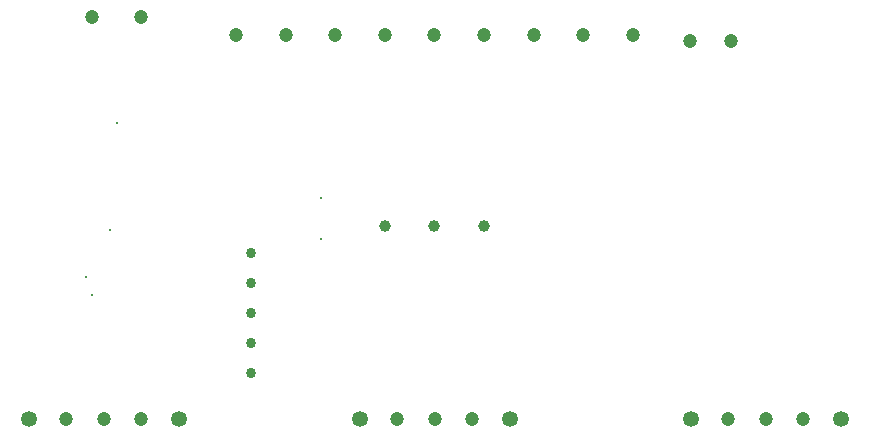
<source format=gbr>
G04 Generated by CADint PCB *
%FSLAX44Y44*%
%MOMM*%
%IPPOS*%
%ADD14C,0.112500*%
%ADD15C,0.150000*%
%ADD11C,0.152400*%
%ADD12C,0.200000*%
%ADD22C,0.203200*%
%ADD16C,0.225000*%
%ADD10C,0.250000*%
%ADD13C,0.254000*%
%ADD17C,0.262500*%
%ADD33C,0.300000*%
%ADD28C,0.500000*%
%ADD36C,0.863600*%
%ADD34C,1.000000*%
%ADD37C,1.200000*%
%ADD38C,1.350000*%
%ADD29C,1.600200*%
%ADD18C,1.905000*%
%ADD35C,2.000000*%
%ADD30C,2.489200*%
%ADD31C,2.500000*%
%ADD32C,2.600200*%
%ADD19C,2.727200*%
%ADD20C,2.997200*%
%ADD26R,0.896000X1.546000*%
%ADD21R,1.023000X1.673000*%
%ADD27R,1.146800X0.596800*%
%ADD24R,1.270000X1.270000*%
%ADD23R,1.273800X0.723800*%
%ADD25R,1.651000X0.381000*%
%LNHole_Plated_T-B*%
%LPD*%
D37*
X623800Y20000D03*
X655600D03*
X687400D03*
D38*
X719200D03*
X592000D03*
D37*
X343550D03*
X375350D03*
X407150D03*
D38*
X438950D03*
X311750D03*
D37*
X63300D03*
X95100D03*
X126900D03*
D38*
X158700D03*
X31500D03*
D36*
X220000Y160200D03*
Y135200D03*
Y109800D03*
Y84400D03*
Y59000D03*
D37*
X626000Y340000D03*
X591000D03*
X85000Y360000D03*
X543000Y345000D03*
X501000D03*
X459000D03*
X417000D03*
X375000D03*
X333000D03*
X291000D03*
X249000D03*
X207000D03*
X127000Y360000D03*
D10*
X106000Y270000D03*
X80000Y140000D03*
X279000Y207000D03*
Y172000D03*
D34*
X333000Y183000D03*
X375000D03*
X417000D03*
D10*
X85000Y125000D03*
X100000Y180000D03*
M02*

</source>
